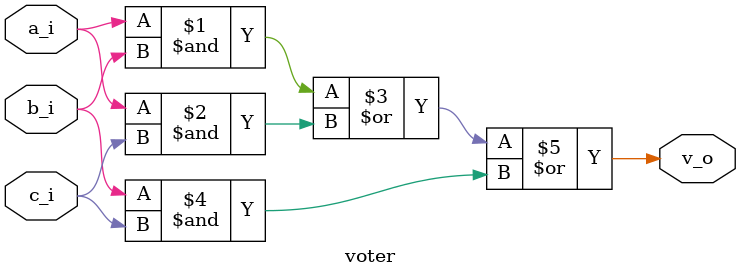
<source format=v>
module voter(
	input wire a_i,
	input wire b_i,
	input wire c_i,
	output wire v_o
	);

assign v_o = (a_i & b_i) | (a_i & c_i) | (b_i & c_i);

endmodule

</source>
